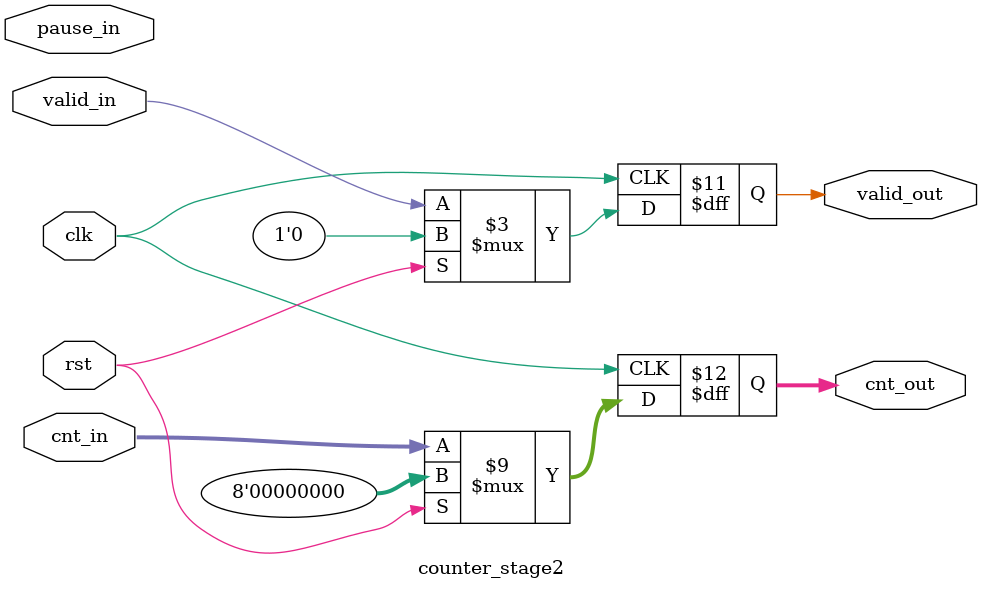
<source format=sv>
module counter_pause #(parameter WIDTH=8) (
    input  wire            clk,        // Clock signal
    input  wire            rst,        // Reset signal
    input  wire            pause,      // Pause signal
    input  wire            valid_in,   // Input valid signal
    output wire            valid_out,  // Output valid signal
    output wire [WIDTH-1:0] cnt        // Counter output
);

    // Internal connections between modules
    wire            pause_stage1;
    wire            valid_stage1;
    wire [WIDTH-1:0] cnt_stage1;

    // Stage 1 module: Input processing and counter increment
    counter_stage1 #(
        .WIDTH(WIDTH)
    ) stage1_inst (
        .clk          (clk),
        .rst          (rst),
        .pause        (pause),
        .valid_in     (valid_in),
        .cnt_feedback (cnt),
        .pause_out    (pause_stage1),
        .valid_out    (valid_stage1),
        .cnt_out      (cnt_stage1)
    );

    // Stage 2 module: Output register and feedback
    counter_stage2 #(
        .WIDTH(WIDTH)
    ) stage2_inst (
        .clk          (clk),
        .rst          (rst),
        .pause_in     (pause_stage1),
        .valid_in     (valid_stage1),
        .cnt_in       (cnt_stage1),
        .valid_out    (valid_out),
        .cnt_out      (cnt)
    );

endmodule

//---------------------------------------------------------------------
// Stage 1: Input handling and decrement computation using look-ahead borrow subtractor
//---------------------------------------------------------------------
module counter_stage1 #(parameter WIDTH=8) (
    input  wire            clk,
    input  wire            rst,
    input  wire            pause,
    input  wire            valid_in,
    input  wire [WIDTH-1:0] cnt_feedback,
    output reg             pause_out,
    output reg             valid_out,
    output reg  [WIDTH-1:0] cnt_out
);
    
    // 先行借位减法器信号
    wire [WIDTH-1:0] decremented_value;
    wire [WIDTH:0] borrow;
    
    // 实现先行借位减法器（减1操作）
    assign borrow[0] = 1'b1; // 初始借位为1（相当于减1）
    
    genvar i;
    generate
        for (i = 0; i < WIDTH; i = i + 1) begin: gen_borrow
            assign borrow[i+1] = (~cnt_feedback[i]) & borrow[i];
            assign decremented_value[i] = cnt_feedback[i] ^ borrow[i];
        end
    endgenerate

    always @(posedge clk) begin
        if (rst) begin
            cnt_out <= 0;
            pause_out <= 0;
            valid_out <= 0;
        end
        else begin
            if (valid_in) begin
                pause_out <= pause;
                valid_out <= 1'b1;
                if (!pause)
                    cnt_out <= cnt_feedback + 1'b1;  // 保持递增功能
                else
                    cnt_out <= cnt_feedback;  // Maintain current value when paused
            end
            else begin
                valid_out <= 0;
            end
        end
    end

endmodule

//---------------------------------------------------------------------
// Stage 2: Result handling and feedback module
//---------------------------------------------------------------------
module counter_stage2 #(parameter WIDTH=8) (
    input  wire            clk,
    input  wire            rst,
    input  wire            pause_in,
    input  wire            valid_in,
    input  wire [WIDTH-1:0] cnt_in,
    output reg             valid_out,
    output reg  [WIDTH-1:0] cnt_out
);

    reg pause_reg;

    always @(posedge clk) begin
        if (rst) begin
            cnt_out <= 0;
            pause_reg <= 0;
            valid_out <= 0;
        end
        else begin
            cnt_out <= cnt_in;
            pause_reg <= pause_in;
            valid_out <= valid_in;
        end
    end

endmodule
</source>
